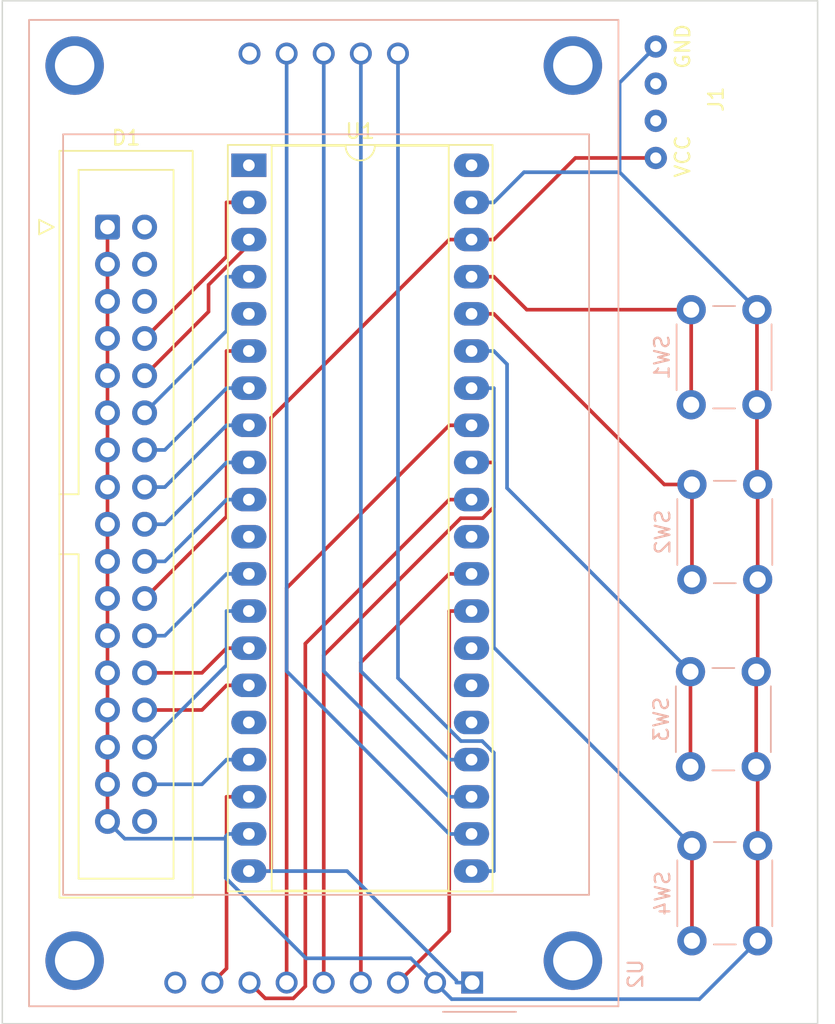
<source format=kicad_pcb>
(kicad_pcb (version 20221018) (generator pcbnew)
  (layers (0 "F.Cu" signal) (31 "B.Cu" signal) (34 "B.Paste" user) (35 "F.Paste" user) (36 "B.SilkS" user "B.Silkscreen") (37 "F.SilkS" user "F.Silkscreen") (38 "B.Mask" user) (39 "F.Mask" user) (44 "Edge.Cuts" user))
  (net 0 "")
  (net 1 "GND")
  (net 5 "Net-(D1-INDEX)")
  (net 6 "Net-(D1-MOTOR_0)")
  (net 7 "Net-(D1-DRIVE_SELECT_1)")
  (net 8 "Net-(D1-DRIVE_SELECT_0)")
  (net 9 "Net-(D1-MOTOR_1)")
  (net 10 "Net-(D1-DIRECTION)")
  (net 11 "Net-(D1-STEP)")
  (net 12 "Net-(D1-WRITE_DATA)")
  (net 13 "Net-(D1-WRITE_GATE)")
  (net 14 "Net-(D1-TRACK)")
  (net 15 "Net-(D1-WRITE_PROTECT)")
  (net 16 "Net-(D1-READ_DATA)")
  (net 17 "Net-(D1-HEAD_SELECT)")
  (net 19 "+5V")
  (net 22 "Net-(U1-B9)")
  (net 23 "Net-(U1-B8)")
  (net 24 "Net-(U1-B7)")
  (net 25 "Net-(U1-B6)")
  (net 30 "LED")
  (net 31 "SS")
  (net 32 "SCK")
  (net 33 "MISO")
  (net 34 "MOSI")
  (net 38 "tft_CS")
  (net 39 "tft_reset")
  (net 41 "tft_sck")
  (net 42 "tft_dc")
  (net 43 "tft_mosi")
  (footprint "Package_DIP:DIP-40_W15.24mm_Socket_LongPads" (layer "F.Cu") (at 145.975 38.875)
    (fp_text reference "U1" (at 7.62 -2.33) (layer "F.SilkS"))
    (fp_text value "STM32F401")
    (fp_line (start -1.44 -1.39) (end -1.44 49.65) (stroke (width 0.12)) (layer "F.SilkS"))
    (fp_line (start -1.44 49.65) (end 16.68 49.65) (stroke (width 0.12)) (layer "F.SilkS"))
    (fp_line (start 1.56 -1.33) (end 1.56 49.59) (stroke (width 0.12)) (layer "F.SilkS"))
    (fp_line (start 1.56 49.59) (end 13.68 49.59) (stroke (width 0.12)) (layer "F.SilkS"))
    (fp_line (start 6.62 -1.33) (end 1.56 -1.33) (stroke (width 0.12)) (layer "F.SilkS"))
    (fp_line (start 13.68 -1.33) (end 8.62 -1.33) (stroke (width 0.12)) (layer "F.SilkS"))
    (fp_line (start 13.68 49.59) (end 13.68 -1.33) (stroke (width 0.12)) (layer "F.SilkS"))
    (fp_line (start 16.68 -1.39) (end -1.44 -1.39) (stroke (width 0.12)) (layer "F.SilkS"))
    (fp_line (start 16.68 49.65) (end 16.68 -1.39) (stroke (width 0.12)) (layer "F.SilkS"))
    (fp_arc (start 8.62 -1.33) (mid 7.62 -0.33) (end 6.62 -1.33) (stroke (width 0.12)) (layer "F.SilkS"))
    (pad "1" thru_hole rect (at 0 0) (size 2.4 1.6) (drill 0.8) (layers "*.Cu" "*.Mask"))
    (pad "2" thru_hole oval (at 0 2.54) (size 2.4 1.6) (drill 0.8) (layers "*.Cu" "*.Mask") (net 5 "Net-(D1-INDEX)"))
    (pad "3" thru_hole oval (at 0 5.08) (size 2.4 1.6) (drill 0.8) (layers "*.Cu" "*.Mask") (net 6 "Net-(D1-MOTOR_0)"))
    (pad "4" thru_hole oval (at 0 7.62) (size 2.4 1.6) (drill 0.8) (layers "*.Cu" "*.Mask") (net 7 "Net-(D1-DRIVE_SELECT_1)"))
    (pad "5" thru_hole oval (at 0 10.16) (size 2.4 1.6) (drill 0.8) (layers "*.Cu" "*.Mask"))
    (pad "6" thru_hole oval (at 0 12.7) (size 2.4 1.6) (drill 0.8) (layers "*.Cu" "*.Mask") (net 12 "Net-(D1-WRITE_DATA)"))
    (pad "7" thru_hole oval (at 0 15.24) (size 2.4 1.6) (drill 0.8) (layers "*.Cu" "*.Mask") (net 8 "Net-(D1-DRIVE_SELECT_0)"))
    (pad "8" thru_hole oval (at 0 17.78) (size 2.4 1.6) (drill 0.8) (layers "*.Cu" "*.Mask") (net 9 "Net-(D1-MOTOR_1)"))
    (pad "9" thru_hole oval (at 0 20.32) (size 2.4 1.6) (drill 0.8) (layers "*.Cu" "*.Mask") (net 10 "Net-(D1-DIRECTION)"))
    (pad "10" thru_hole oval (at 0 22.86) (size 2.4 1.6) (drill 0.8) (layers "*.Cu" "*.Mask") (net 11 "Net-(D1-STEP)"))
    (pad "11" thru_hole oval (at 0 25.4) (size 2.4 1.6) (drill 0.8) (layers "*.Cu" "*.Mask"))
    (pad "12" thru_hole oval (at 0 27.94) (size 2.4 1.6) (drill 0.8) (layers "*.Cu" "*.Mask") (net 13 "Net-(D1-WRITE_GATE)"))
    (pad "13" thru_hole oval (at 0 30.48) (size 2.4 1.6) (drill 0.8) (layers "*.Cu" "*.Mask") (net 16 "Net-(D1-READ_DATA)"))
    (pad "14" thru_hole oval (at 0 33.02) (size 2.4 1.6) (drill 0.8) (layers "*.Cu" "*.Mask") (net 14 "Net-(D1-TRACK)"))
    (pad "15" thru_hole oval (at 0 35.56) (size 2.4 1.6) (drill 0.8) (layers "*.Cu" "*.Mask") (net 15 "Net-(D1-WRITE_PROTECT)"))
    (pad "16" thru_hole oval (at 0 38.1) (size 2.4 1.6) (drill 0.8) (layers "*.Cu" "*.Mask"))
    (pad "17" thru_hole oval (at 0 40.64) (size 2.4 1.6) (drill 0.8) (layers "*.Cu" "*.Mask") (net 17 "Net-(D1-HEAD_SELECT)"))
    (pad "18" thru_hole oval (at 0 43.18) (size 2.4 1.6) (drill 0.8) (layers "*.Cu" "*.Mask") (net 30 "LED"))
    (pad "19" thru_hole oval (at 0 45.72) (size 2.4 1.6) (drill 0.8) (layers "*.Cu" "*.Mask") (net 1 "GND"))
    (pad "20" thru_hole oval (at 0 48.26) (size 2.4 1.6) (drill 0.8) (layers "*.Cu" "*.Mask") (net 19 "+5V"))
    (pad "21" thru_hole oval (at 15.24 48.26) (size 2.4 1.6) (drill 0.8) (layers "*.Cu" "*.Mask") (net 31 "SS"))
    (pad "22" thru_hole oval (at 15.24 45.72) (size 2.4 1.6) (drill 0.8) (layers "*.Cu" "*.Mask") (net 32 "SCK"))
    (pad "23" thru_hole oval (at 15.24 43.18) (size 2.4 1.6) (drill 0.8) (layers "*.Cu" "*.Mask") (net 33 "MISO"))
    (pad "24" thru_hole oval (at 15.24 40.64) (size 2.4 1.6) (drill 0.8) (layers "*.Cu" "*.Mask") (net 34 "MOSI"))
    (pad "25" thru_hole oval (at 15.24 38.1) (size 2.4 1.6) (drill 0.8) (layers "*.Cu" "*.Mask"))
    (pad "26" thru_hole oval (at 15.24 35.56) (size 2.4 1.6) (drill 0.8) (layers "*.Cu" "*.Mask"))
    (pad "27" thru_hole oval (at 15.24 33.02) (size 2.4 1.6) (drill 0.8) (layers "*.Cu" "*.Mask"))
    (pad "28" thru_hole oval (at 15.24 30.48) (size 2.4 1.6) (drill 0.8) (layers "*.Cu" "*.Mask") (net 38 "tft_CS"))
    (pad "29" thru_hole oval (at 15.24 27.94) (size 2.4 1.6) (drill 0.8) (layers "*.Cu" "*.Mask") (net 39 "tft_reset"))
    (pad "30" thru_hole oval (at 15.24 25.4) (size 2.4 1.6) (drill 0.8) (layers "*.Cu" "*.Mask"))
    (pad "31" thru_hole oval (at 15.24 22.86) (size 2.4 1.6) (drill 0.8) (layers "*.Cu" "*.Mask") (net 41 "tft_sck"))
    (pad "32" thru_hole oval (at 15.24 20.32) (size 2.4 1.6) (drill 0.8) (layers "*.Cu" "*.Mask") (net 42 "tft_dc"))
    (pad "33" thru_hole oval (at 15.24 17.78) (size 2.4 1.6) (drill 0.8) (layers "*.Cu" "*.Mask") (net 43 "tft_mosi"))
    (pad "34" thru_hole oval (at 15.24 15.24) (size 2.4 1.6) (drill 0.8) (layers "*.Cu" "*.Mask") (net 25 "Net-(U1-B6)"))
    (pad "35" thru_hole oval (at 15.24 12.7) (size 2.4 1.6) (drill 0.8) (layers "*.Cu" "*.Mask") (net 24 "Net-(U1-B7)"))
    (pad "36" thru_hole oval (at 15.24 10.16) (size 2.4 1.6) (drill 0.8) (layers "*.Cu" "*.Mask") (net 23 "Net-(U1-B8)"))
    (pad "37" thru_hole oval (at 15.24 7.62) (size 2.4 1.6) (drill 0.8) (layers "*.Cu" "*.Mask") (net 22 "Net-(U1-B9)"))
    (pad "38" thru_hole oval (at 15.24 5.08) (size 2.4 1.6) (drill 0.8) (layers "*.Cu" "*.Mask") (net 19 "+5V"))
    (pad "39" thru_hole oval (at 15.24 2.54) (size 2.4 1.6) (drill 0.8) (layers "*.Cu" "*.Mask") (net 1 "GND"))
    (pad "40" thru_hole oval (at 15.24 0) (size 2.4 1.6) (drill 0.8) (layers "*.Cu" "*.Mask"))
  )
  (footprint "Connector_IDC:IDC-Header_2x17_P2.54mm_Vertical" (layer "F.Cu") (at 136.3 43.1)
    (fp_text reference "D1" (at 1.27 -6.1) (layer "F.SilkS"))
    (fp_text value "Floppy Connector")
    (fp_line (start -4.68 -0.5) (end -4.68 0.5) (stroke (width 0.12)) (layer "F.SilkS"))
    (fp_line (start -4.68 0.5) (end -3.68 0) (stroke (width 0.12)) (layer "F.SilkS"))
    (fp_line (start -3.68 0) (end -4.68 -0.5) (stroke (width 0.12)) (layer "F.SilkS"))
    (fp_line (start -3.29 -5.21) (end 5.83 -5.21) (stroke (width 0.12)) (layer "F.SilkS"))
    (fp_line (start -3.29 18.27) (end -1.98 18.27) (stroke (width 0.12)) (layer "F.SilkS"))
    (fp_line (start -3.29 45.85) (end -3.29 -5.21) (stroke (width 0.12)) (layer "F.SilkS"))
    (fp_line (start -1.98 -3.91) (end 4.52 -3.91) (stroke (width 0.12)) (layer "F.SilkS"))
    (fp_line (start -1.98 18.27) (end -1.98 -3.91) (stroke (width 0.12)) (layer "F.SilkS"))
    (fp_line (start -1.98 22.37) (end -3.29 22.37) (stroke (width 0.12)) (layer "F.SilkS"))
    (fp_line (start -1.98 22.37) (end -1.98 22.37) (stroke (width 0.12)) (layer "F.SilkS"))
    (fp_line (start -1.98 44.55) (end -1.98 22.37) (stroke (width 0.12)) (layer "F.SilkS"))
    (fp_line (start 4.52 -3.91) (end 4.52 44.55) (stroke (width 0.12)) (layer "F.SilkS"))
    (fp_line (start 4.52 44.55) (end -1.98 44.55) (stroke (width 0.12)) (layer "F.SilkS"))
    (fp_line (start 5.83 -5.21) (end 5.83 45.85) (stroke (width 0.12)) (layer "F.SilkS"))
    (fp_line (start 5.83 45.85) (end -3.29 45.85) (stroke (width 0.12)) (layer "F.SilkS"))
    (pad "1" thru_hole roundrect (at 0 0) (size 1.7 1.7) (drill 1) (layers "*.Cu" "*.Mask") (roundrect_rratio 0.147059) (net 1 "GND"))
    (pad "2" thru_hole circle (at 2.54 0) (size 1.7 1.7) (drill 1) (layers "*.Cu" "*.Mask"))
    (pad "3" thru_hole circle (at 0 2.54) (size 1.7 1.7) (drill 1) (layers "*.Cu" "*.Mask") (net 1 "GND"))
    (pad "4" thru_hole circle (at 2.54 2.54) (size 1.7 1.7) (drill 1) (layers "*.Cu" "*.Mask"))
    (pad "5" thru_hole circle (at 0 5.08) (size 1.7 1.7) (drill 1) (layers "*.Cu" "*.Mask") (net 1 "GND"))
    (pad "6" thru_hole circle (at 2.54 5.08) (size 1.7 1.7) (drill 1) (layers "*.Cu" "*.Mask"))
    (pad "7" thru_hole circle (at 0 7.62) (size 1.7 1.7) (drill 1) (layers "*.Cu" "*.Mask") (net 1 "GND"))
    (pad "8" thru_hole circle (at 2.54 7.62) (size 1.7 1.7) (drill 1) (layers "*.Cu" "*.Mask") (net 5 "Net-(D1-INDEX)"))
    (pad "9" thru_hole circle (at 0 10.16) (size 1.7 1.7) (drill 1) (layers "*.Cu" "*.Mask") (net 1 "GND"))
    (pad "10" thru_hole circle (at 2.54 10.16) (size 1.7 1.7) (drill 1) (layers "*.Cu" "*.Mask") (net 6 "Net-(D1-MOTOR_0)"))
    (pad "11" thru_hole circle (at 0 12.7) (size 1.7 1.7) (drill 1) (layers "*.Cu" "*.Mask") (net 1 "GND"))
    (pad "12" thru_hole circle (at 2.54 12.7) (size 1.7 1.7) (drill 1) (layers "*.Cu" "*.Mask") (net 7 "Net-(D1-DRIVE_SELECT_1)"))
    (pad "13" thru_hole circle (at 0 15.24) (size 1.7 1.7) (drill 1) (layers "*.Cu" "*.Mask") (net 1 "GND"))
    (pad "14" thru_hole circle (at 2.54 15.24) (size 1.7 1.7) (drill 1) (layers "*.Cu" "*.Mask") (net 8 "Net-(D1-DRIVE_SELECT_0)"))
    (pad "15" thru_hole circle (at 0 17.78) (size 1.7 1.7) (drill 1) (layers "*.Cu" "*.Mask") (net 1 "GND"))
    (pad "16" thru_hole circle (at 2.54 17.78) (size 1.7 1.7) (drill 1) (layers "*.Cu" "*.Mask") (net 9 "Net-(D1-MOTOR_1)"))
    (pad "17" thru_hole circle (at 0 20.32) (size 1.7 1.7) (drill 1) (layers "*.Cu" "*.Mask") (net 1 "GND"))
    (pad "18" thru_hole circle (at 2.54 20.32) (size 1.7 1.7) (drill 1) (layers "*.Cu" "*.Mask") (net 10 "Net-(D1-DIRECTION)"))
    (pad "19" thru_hole circle (at 0 22.86) (size 1.7 1.7) (drill 1) (layers "*.Cu" "*.Mask") (net 1 "GND"))
    (pad "20" thru_hole circle (at 2.54 22.86) (size 1.7 1.7) (drill 1) (layers "*.Cu" "*.Mask") (net 11 "Net-(D1-STEP)"))
    (pad "21" thru_hole circle (at 0 25.4) (size 1.7 1.7) (drill 1) (layers "*.Cu" "*.Mask") (net 1 "GND"))
    (pad "22" thru_hole circle (at 2.54 25.4) (size 1.7 1.7) (drill 1) (layers "*.Cu" "*.Mask") (net 12 "Net-(D1-WRITE_DATA)"))
    (pad "23" thru_hole circle (at 0 27.94) (size 1.7 1.7) (drill 1) (layers "*.Cu" "*.Mask") (net 1 "GND"))
    (pad "24" thru_hole circle (at 2.54 27.94) (size 1.7 1.7) (drill 1) (layers "*.Cu" "*.Mask") (net 13 "Net-(D1-WRITE_GATE)"))
    (pad "25" thru_hole circle (at 0 30.48) (size 1.7 1.7) (drill 1) (layers "*.Cu" "*.Mask") (net 1 "GND"))
    (pad "26" thru_hole circle (at 2.54 30.48) (size 1.7 1.7) (drill 1) (layers "*.Cu" "*.Mask") (net 14 "Net-(D1-TRACK)"))
    (pad "27" thru_hole circle (at 0 33.02) (size 1.7 1.7) (drill 1) (layers "*.Cu" "*.Mask") (net 1 "GND"))
    (pad "28" thru_hole circle (at 2.54 33.02) (size 1.7 1.7) (drill 1) (layers "*.Cu" "*.Mask") (net 15 "Net-(D1-WRITE_PROTECT)"))
    (pad "29" thru_hole circle (at 0 35.56) (size 1.7 1.7) (drill 1) (layers "*.Cu" "*.Mask") (net 1 "GND"))
    (pad "30" thru_hole circle (at 2.54 35.56) (size 1.7 1.7) (drill 1) (layers "*.Cu" "*.Mask") (net 16 "Net-(D1-READ_DATA)"))
    (pad "31" thru_hole circle (at 0 38.1) (size 1.7 1.7) (drill 1) (layers "*.Cu" "*.Mask") (net 1 "GND"))
    (pad "32" thru_hole circle (at 2.54 38.1) (size 1.7 1.7) (drill 1) (layers "*.Cu" "*.Mask") (net 17 "Net-(D1-HEAD_SELECT)"))
    (pad "33" thru_hole circle (at 0 40.64) (size 1.7 1.7) (drill 1) (layers "*.Cu" "*.Mask") (net 1 "GND"))
    (pad "34" thru_hole circle (at 2.54 40.64) (size 1.7 1.7) (drill 1) (layers "*.Cu" "*.Mask"))
  )
  (footprint "Double_flop:USB-C Power board" (layer "F.Cu") (at 173.75 34.5375 90)
    (fp_text reference "J1" (at 0.175 4.2 90 unlocked) (layer "F.SilkS"))
    (fp_text value "Conn_01x04")
    (fp_text user "VCC      GND" (at -5.2625 2.5 90 unlocked) (layer "F.SilkS") (effects (justify left bottom)))
    (pad "1" thru_hole circle (at -3.8375 0.075 90) (size 1.524 1.524) (drill 0.762) (layers "*.Cu" "*.Mask") (net 19 "+5V"))
    (pad "2" thru_hole circle (at -1.2975 0.075 90) (size 1.524 1.524) (drill 0.762) (layers "*.Cu" "*.Mask"))
    (pad "3" thru_hole circle (at 1.2425 0.075 90) (size 1.524 1.524) (drill 0.762) (layers "*.Cu" "*.Mask"))
    (pad "4" thru_hole circle (at 3.7825 0.075 90) (size 1.524 1.524) (drill 0.762) (layers "*.Cu" "*.Mask") (net 1 "GND"))
  )
  (footprint "Button_Switch_THT:SW_PUSH_6mm" (layer "B.Cu") (at 176.3 85.4 -90)
    (fp_text reference "SW4" (at 3.25 2 90) (layer "B.SilkS") (effects (justify mirror)))
    (fp_text value "Button 4")
    (fp_line (start -0.25 -1.5) (end -0.25 -3) (stroke (width 0.12)) (layer "B.SilkS"))
    (fp_line (start 1 -5.5) (end 5.5 -5.5) (stroke (width 0.12)) (layer "B.SilkS"))
    (fp_line (start 5.5 1) (end 1 1) (stroke (width 0.12)) (layer "B.SilkS"))
    (fp_line (start 6.75 -3) (end 6.75 -1.5) (stroke (width 0.12)) (layer "B.SilkS"))
    (pad "1" thru_hole circle (at 0 0 180) (size 2 2) (drill 1.1) (layers "*.Cu" "*.Mask") (net 25 "Net-(U1-B6)"))
    (pad "1" thru_hole circle (at 6.5 0 180) (size 2 2) (drill 1.1) (layers "*.Cu" "*.Mask") (net 25 "Net-(U1-B6)"))
    (pad "2" thru_hole circle (at 0 -4.5 180) (size 2 2) (drill 1.1) (layers "*.Cu" "*.Mask") (net 1 "GND"))
    (pad "2" thru_hole circle (at 6.5 -4.5 180) (size 2 2) (drill 1.1) (layers "*.Cu" "*.Mask") (net 1 "GND"))
  )
  (footprint "Button_Switch_THT:SW_PUSH_6mm" (layer "B.Cu") (at 176.3 60.7 -90)
    (fp_text reference "SW2" (at 3.25 2 90) (layer "B.SilkS") (effects (justify mirror)))
    (fp_text value "Button 2")
    (fp_line (start -0.25 -1.5) (end -0.25 -3) (stroke (width 0.12)) (layer "B.SilkS"))
    (fp_line (start 1 -5.5) (end 5.5 -5.5) (stroke (width 0.12)) (layer "B.SilkS"))
    (fp_line (start 5.5 1) (end 1 1) (stroke (width 0.12)) (layer "B.SilkS"))
    (fp_line (start 6.75 -3) (end 6.75 -1.5) (stroke (width 0.12)) (layer "B.SilkS"))
    (pad "1" thru_hole circle (at 0 0 180) (size 2 2) (drill 1.1) (layers "*.Cu" "*.Mask") (net 23 "Net-(U1-B8)"))
    (pad "1" thru_hole circle (at 6.5 0 180) (size 2 2) (drill 1.1) (layers "*.Cu" "*.Mask") (net 23 "Net-(U1-B8)"))
    (pad "2" thru_hole circle (at 0 -4.5 180) (size 2 2) (drill 1.1) (layers "*.Cu" "*.Mask") (net 1 "GND"))
    (pad "2" thru_hole circle (at 6.5 -4.5 180) (size 2 2) (drill 1.1) (layers "*.Cu" "*.Mask") (net 1 "GND"))
  )
  (footprint "Display:CR2013-MI2120" (layer "B.Cu") (at 161.26 94.7575 90)
    (fp_text reference "U2" (at 0.59 11.18 90) (layer "B.SilkS") (effects (justify mirror)))
    (fp_text value "CR2013-MI2120")
    (fp_line (start -2 3) (end -2 -2) (stroke (width 0.12)) (layer "B.SilkS"))
    (fp_line (start -1.62 -30.33) (end -1.62 10.01) (stroke (width 0.12)) (layer "B.SilkS"))
    (fp_line (start -1.62 10.01) (end 65.82 10.01) (stroke (width 0.12)) (layer "B.SilkS"))
    (fp_line (start 6 -28) (end 6 8) (stroke (width 0.12)) (layer "B.SilkS"))
    (fp_line (start 6 8) (end 58 8) (stroke (width 0.12)) (layer "B.SilkS"))
    (fp_line (start 58 -28) (end 6 -28) (stroke (width 0.12)) (layer "B.SilkS"))
    (fp_line (start 58 8) (end 58 -28) (stroke (width 0.12)) (layer "B.SilkS"))
    (fp_line (start 65.82 -30.33) (end -1.62 -30.33) (stroke (width 0.12)) (layer "B.SilkS"))
    (fp_line (start 65.82 10.01) (end 65.82 -30.33) (stroke (width 0.12)) (layer "B.SilkS"))
    (pad "" thru_hole circle (at 1.5 -27.21 90) (size 4 4) (drill 2.7) (layers "*.Cu" "*.Mask"))
    (pad "" thru_hole circle (at 1.5 6.89 90) (size 4 4) (drill 2.7) (layers "*.Cu" "*.Mask"))
    (pad "" thru_hole circle (at 62.7 -27.21 90) (size 4 4) (drill 2.7) (layers "*.Cu" "*.Mask"))
    (pad "" thru_hole circle (at 62.7 6.89 90) (size 4 4) (drill 2.7) (layers "*.Cu" "*.Mask"))
    (pad "1" thru_hole rect (at 0 0 90) (size 1.5 1.5) (drill 1) (layers "*.Cu" "*.Mask") (net 19 "+5V"))
    (pad "2" thru_hole circle (at 0 -2.54 90) (size 1.5 1.5) (drill 1) (layers "*.Cu" "*.Mask") (net 1 "GND"))
    (pad "3" thru_hole circle (at 0 -5.08 90) (size 1.5 1.5) (drill 1) (layers "*.Cu" "*.Mask") (net 38 "tft_CS"))
    (pad "4" thru_hole circle (at 0 -7.62 90) (size 1.5 1.5) (drill 1) (layers "*.Cu" "*.Mask") (net 39 "tft_reset"))
    (pad "5" thru_hole circle (at 0 -10.16 90) (size 1.5 1.5) (drill 1) (layers "*.Cu" "*.Mask") (net 42 "tft_dc"))
    (pad "6" thru_hole circle (at 0 -12.7 90) (size 1.5 1.5) (drill 1) (layers "*.Cu" "*.Mask") (net 43 "tft_mosi"))
    (pad "7" thru_hole circle (at 0 -15.24 90) (size 1.5 1.5) (drill 1) (layers "*.Cu" "*.Mask") (net 41 "tft_sck"))
    (pad "8" thru_hole circle (at 0 -17.78 90) (size 1.5 1.5) (drill 1) (layers "*.Cu" "*.Mask") (net 30 "LED"))
    (pad "9" thru_hole circle (at 0 -20.32 90) (size 1.5 1.5) (drill 1) (layers "*.Cu" "*.Mask"))
    (pad "10" thru_hole circle (at 63.52 -5.08 90) (size 1.5 1.5) (drill 1) (layers "*.Cu" "*.Mask") (net 31 "SS"))
    (pad "11" thru_hole circle (at 63.52 -7.62 90) (size 1.5 1.5) (drill 1) (layers "*.Cu" "*.Mask") (net 34 "MOSI"))
    (pad "12" thru_hole circle (at 63.52 -10.16 90) (size 1.5 1.5) (drill 1) (layers "*.Cu" "*.Mask") (net 33 "MISO"))
    (pad "13" thru_hole circle (at 63.52 -12.7 90) (size 1.5 1.5) (drill 1) (layers "*.Cu" "*.Mask") (net 32 "SCK"))
    (pad "14" thru_hole circle (at 63.52 -15.24 90) (size 1.5 1.5) (drill 1) (layers "*.Cu" "*.Mask"))
  )
  (footprint "Button_Switch_THT:SW_PUSH_6mm" (layer "B.Cu") (at 176.2 73.5 -90)
    (fp_text reference "SW3" (at 3.25 2 90) (layer "B.SilkS") (effects (justify mirror)))
    (fp_text value "Button 3")
    (fp_line (start -0.25 -1.5) (end -0.25 -3) (stroke (width 0.12)) (layer "B.SilkS"))
    (fp_line (start 1 -5.5) (end 5.5 -5.5) (stroke (width 0.12)) (layer "B.SilkS"))
    (fp_line (start 5.5 1) (end 1 1) (stroke (width 0.12)) (layer "B.SilkS"))
    (fp_line (start 6.75 -3) (end 6.75 -1.5) (stroke (width 0.12)) (layer "B.SilkS"))
    (pad "1" thru_hole circle (at 0 0 180) (size 2 2) (drill 1.1) (layers "*.Cu" "*.Mask") (net 24 "Net-(U1-B7)"))
    (pad "1" thru_hole circle (at 6.5 0 180) (size 2 2) (drill 1.1) (layers "*.Cu" "*.Mask") (net 24 "Net-(U1-B7)"))
    (pad "2" thru_hole circle (at 0 -4.5 180) (size 2 2) (drill 1.1) (layers "*.Cu" "*.Mask") (net 1 "GND"))
    (pad "2" thru_hole circle (at 6.5 -4.5 180) (size 2 2) (drill 1.1) (layers "*.Cu" "*.Mask") (net 1 "GND"))
  )
  (footprint "Button_Switch_THT:SW_PUSH_6mm" (layer "B.Cu") (at 176.25 48.75 -90)
    (fp_text reference "SW1" (at 3.25 2 90) (layer "B.SilkS") (effects (justify mirror)))
    (fp_text value "Button 1")
    (fp_line (start -0.25 -1.5) (end -0.25 -3) (stroke (width 0.12)) (layer "B.SilkS"))
    (fp_line (start 1 -5.5) (end 5.5 -5.5) (stroke (width 0.12)) (layer "B.SilkS"))
    (fp_line (start 5.5 1) (end 1 1) (stroke (width 0.12)) (layer "B.SilkS"))
    (fp_line (start 6.75 -3) (end 6.75 -1.5) (stroke (width 0.12)) (layer "B.SilkS"))
    (pad "1" thru_hole circle (at 0 0 180) (size 2 2) (drill 1.1) (layers "*.Cu" "*.Mask") (net 22 "Net-(U1-B9)"))
    (pad "1" thru_hole circle (at 6.5 0 180) (size 2 2) (drill 1.1) (layers "*.Cu" "*.Mask") (net 22 "Net-(U1-B9)"))
    (pad "2" thru_hole circle (at 0 -4.5 180) (size 2 2) (drill 1.1) (layers "*.Cu" "*.Mask") (net 1 "GND"))
    (pad "2" thru_hole circle (at 6.5 -4.5 180) (size 2 2) (drill 1.1) (layers "*.Cu" "*.Mask") (net 1 "GND"))
  )
  (gr_rect (start 129.1 27.625) (end 184.9 97.575) (stroke (width 0.1)) (fill none) (layer "Edge.Cuts"))
  (segment (start 180.7 73.5) (end 180.8 73.4) (width 0.25) (layer "F.Cu") (net 1))
  (segment (start 136.3 76.12) (end 136.3 73.58) (width 0.25) (layer "F.Cu") (net 1))
  (segment (start 180.8 85.4) (end 180.8 80.1) (width 0.25) (layer "F.Cu") (net 1))
  (segment (start 136.3 48.18) (end 136.3 45.64) (width 0.25) (layer "F.Cu") (net 1))
  (segment (start 136.3 71.04) (end 136.3 68.5) (width 0.25) (layer "F.Cu") (net 1))
  (segment (start 136.3 63.42) (end 136.3 60.88) (width 0.25) (layer "F.Cu") (net 1))
  (segment (start 136.3 60.88) (end 136.3 58.34) (width 0.25) (layer "F.Cu") (net 1))
  (segment (start 180.75 60.65) (end 180.8 60.7) (width 0.25) (layer "F.Cu") (net 1))
  (segment (start 180.8 85.4) (end 180.8 91.9) (width 0.25) (layer "F.Cu") (net 1))
  (segment (start 136.3 68.5) (end 136.3 65.96) (width 0.25) (layer "F.Cu") (net 1))
  (segment (start 180.7 80) (end 180.7 73.5) (width 0.25) (layer "F.Cu") (net 1))
  (segment (start 136.3 73.58) (end 136.3 71.04) (width 0.25) (layer "F.Cu") (net 1))
  (segment (start 180.8 80.1) (end 180.7 80) (width 0.25) (layer "F.Cu") (net 1))
  (segment (start 180.8 73.4) (end 180.8 67.2) (width 0.25) (layer "F.Cu") (net 1))
  (segment (start 180.75 55.25) (end 180.75 48.75) (width 0.25) (layer "F.Cu") (net 1))
  (segment (start 136.3 45.64) (end 136.3 43.1) (width 0.25) (layer "F.Cu") (net 1))
  (segment (start 136.3 83.74) (end 136.3 81.2) (width 0.25) (layer "F.Cu") (net 1))
  (segment (start 136.3 53.26) (end 136.3 50.72) (width 0.25) (layer "F.Cu") (net 1))
  (segment (start 180.75 55.25) (end 180.75 60.65) (width 0.25) (layer "F.Cu") (net 1))
  (segment (start 180.8 60.7) (end 180.8 67.2) (width 0.25) (layer "F.Cu") (net 1))
  (segment (start 136.3 58.34) (end 136.3 55.8) (width 0.25) (layer "F.Cu") (net 1))
  (segment (start 136.3 81.2) (end 136.3 78.66) (width 0.25) (layer "F.Cu") (net 1))
  (segment (start 136.3 65.96) (end 136.3 63.42) (width 0.25) (layer "F.Cu") (net 1))
  (segment (start 136.3 78.66) (end 136.3 76.12) (width 0.25) (layer "F.Cu") (net 1))
  (segment (start 136.3 50.72) (end 136.3 48.18) (width 0.25) (layer "F.Cu") (net 1))
  (segment (start 136.3 55.8) (end 136.3 53.26) (width 0.25) (layer "F.Cu") (net 1))
  (segment (start 144.3949 84.9208) (end 144.3949 87.6067) (width 0.25) (layer "B.Cu") (net 1))
  (segment (start 159.8531 95.8906) (end 176.8094 95.8906) (width 0.25) (layer "B.Cu") (net 1))
  (segment (start 164.8069 39.35) (end 162.7419 41.415) (width 0.25) (layer "B.Cu") (net 1))
  (segment (start 171.35 39.35) (end 171.35 33.23) (width 0.25) (layer "B.Cu") (net 1))
  (segment (start 149.8849 93.0967) (end 157.0592 93.0967) (width 0.25) (layer "B.Cu") (net 1))
  (segment (start 171.35 33.23) (end 173.825 30.755) (width 0.25) (layer "B.Cu") (net 1))
  (segment (start 161.215 41.415) (end 162.7419 41.415) (width 0.25) (layer "B.Cu") (net 1))
  (segment (start 157.0592 93.0967) (end 158.72 94.7575) (width 0.25) (layer "B.Cu") (net 1))
  (segment (start 144.3949 87.6067) (end 149.8849 93.0967) (width 0.25) (layer "B.Cu") (net 1))
  (segment (start 176.8094 95.8906) (end 180.8 91.9) (width 0.25) (layer "B.Cu") (net 1))
  (segment (start 145.975 84.595) (end 144.5615 84.595) (width 0.25) (layer "B.Cu") (net 1))
  (segment (start 137.4808 84.9208) (end 144.3949 84.9208) (width 0.25) (layer "B.Cu") (net 1))
  (segment (start 144.3949 84.7616) (end 144.3949 84.9208) (width 0.25) (layer "B.Cu") (net 1))
  (segment (start 171.35 39.35) (end 164.8069 39.35) (width 0.25) (layer "B.Cu") (net 1))
  (segment (start 144.5615 84.595) (end 144.3949 84.7616) (width 0.25) (layer "B.Cu") (net 1))
  (segment (start 136.3 83.74) (end 137.4808 84.9208) (width 0.25) (layer "B.Cu") (net 1))
  (segment (start 158.72 94.7575) (end 159.8531 95.8906) (width 0.25) (layer "B.Cu") (net 1))
  (segment (start 180.75 48.75) (end 171.35 39.35) (width 0.25) (layer "B.Cu") (net 1))
  (segment (start 145.975 41.415) (end 144.4481 41.415) (width 0.25) (layer "F.Cu") (net 5))
  (segment (start 144.4481 45.1119) (end 144.4481 41.415) (width 0.25) (layer "F.Cu") (net 5))
  (segment (start 138.84 50.72) (end 144.4481 45.1119) (width 0.25) (layer "F.Cu") (net 5))
  (segment (start 145.975 44.2931) (end 145.975 43.955) (width 0.25) (layer "F.Cu") (net 6))
  (segment (start 143.2147 48.8853) (end 143.2147 47.0534) (width 0.25) (layer "F.Cu") (net 6))
  (segment (start 138.84 53.26) (end 143.2147 48.8853) (width 0.25) (layer "F.Cu") (net 6))
  (segment (start 143.2147 47.0534) (end 145.975 44.2931) (width 0.25) (layer "F.Cu") (net 6))
  (segment (start 138.84 55.8) (end 144.4481 50.1919) (width 0.25) (layer "B.Cu") (net 7))
  (segment (start 144.4481 50.1919) (end 144.4481 46.495) (width 0.25) (layer "B.Cu") (net 7))
  (segment (start 145.975 46.495) (end 144.4481 46.495) (width 0.25) (layer "B.Cu") (net 7))
  (segment (start 145.975 54.115) (end 144.4481 54.115) (width 0.25) (layer "B.Cu") (net 8))
  (segment (start 140.2231 58.34) (end 144.4481 54.115) (width 0.25) (layer "B.Cu") (net 8))
  (segment (start 138.84 58.34) (end 140.2231 58.34) (width 0.25) (layer "B.Cu") (net 8))
  (segment (start 138.84 60.88) (end 140.2231 60.88) (width 0.25) (layer "B.Cu") (net 9))
  (segment (start 140.2231 60.88) (end 144.4481 56.655) (width 0.25) (layer "B.Cu") (net 9))
  (segment (start 145.975 56.655) (end 144.4481 56.655) (width 0.25) (layer "B.Cu") (net 9))
  (segment (start 145.975 59.195) (end 144.4481 59.195) (width 0.25) (layer "B.Cu") (net 10))
  (segment (start 138.84 63.42) (end 140.2231 63.42) (width 0.25) (layer "B.Cu") (net 10))
  (segment (start 140.2231 63.42) (end 144.4481 59.195) (width 0.25) (layer "B.Cu") (net 10))
  (segment (start 145.975 61.735) (end 144.4481 61.735) (width 0.25) (layer "B.Cu") (net 11))
  (segment (start 140.2231 65.96) (end 144.4481 61.735) (width 0.25) (layer "B.Cu") (net 11))
  (segment (start 138.84 65.96) (end 140.2231 65.96) (width 0.25) (layer "B.Cu") (net 11))
  (segment (start 145.975 51.575) (end 144.4481 51.575) (width 0.25) (layer "F.Cu") (net 12))
  (segment (start 138.84 68.5) (end 144.4481 62.8919) (width 0.25) (layer "F.Cu") (net 12))
  (segment (start 144.4481 62.8919) (end 144.4481 51.575) (width 0.25) (layer "F.Cu") (net 12))
  (segment (start 138.84 71.04) (end 140.2231 71.04) (width 0.25) (layer "B.Cu") (net 13))
  (segment (start 140.2231 71.04) (end 144.4481 66.815) (width 0.25) (layer "B.Cu") (net 13))
  (segment (start 145.975 66.815) (end 144.4481 66.815) (width 0.25) (layer "B.Cu") (net 13))
  (segment (start 138.84 73.58) (end 142.7631 73.58) (width 0.25) (layer "F.Cu") (net 14))
  (segment (start 145.975 71.895) (end 144.4481 71.895) (width 0.25) (layer "F.Cu") (net 14))
  (segment (start 142.7631 73.58) (end 144.4481 71.895) (width 0.25) (layer "F.Cu") (net 14))
  (segment (start 138.84 76.12) (end 142.7631 76.12) (width 0.25) (layer "F.Cu") (net 15))
  (segment (start 145.975 74.435) (end 144.4481 74.435) (width 0.25) (layer "F.Cu") (net 15))
  (segment (start 142.7631 76.12) (end 144.4481 74.435) (width 0.25) (layer "F.Cu") (net 15))
  (segment (start 145.975 69.355) (end 144.4481 69.355) (width 0.25) (layer "B.Cu") (net 16))
  (segment (start 144.4481 73.0519) (end 144.4481 69.355) (width 0.25) (layer "B.Cu") (net 16))
  (segment (start 138.84 78.66) (end 144.4481 73.0519) (width 0.25) (layer "B.Cu") (net 16))
  (segment (start 138.84 81.2) (end 142.7631 81.2) (width 0.25) (layer "B.Cu") (net 17))
  (segment (start 145.975 79.515) (end 144.4481 79.515) (width 0.25) (layer "B.Cu") (net 17))
  (segment (start 142.7631 81.2) (end 144.4481 79.515) (width 0.25) (layer "B.Cu") (net 17))
  (segment (start 173.825 38.375) (end 168.3219 38.375) (width 0.25) (layer "F.Cu") (net 19))
  (segment (start 168.3219 38.375) (end 162.7419 43.955) (width 0.25) (layer "F.Cu") (net 19))
  (segment (start 161.215 43.955) (end 159.6881 43.955) (width 0.25) (layer "F.Cu") (net 19))
  (segment (start 161.215 43.955) (end 162.7419 43.955) (width 0.25) (layer "F.Cu") (net 19))
  (segment (start 147.5019 56.1412) (end 147.5019 87.135) (width 0.25) (layer "F.Cu") (net 19))
  (segment (start 159.6881 43.955) (end 147.5019 56.1412) (width 0.25) (layer "F.Cu") (net 19))
  (segment (start 145.975 87.135) (end 147.5019 87.135) (width 0.25) (layer "F.Cu") (net 19))
  (segment (start 160.1831 94.6229) (end 160.1831 94.7575) (width 0.25) (layer "B.Cu") (net 19))
  (segment (start 152.6952 87.135) (end 160.1831 94.6229) (width 0.25) (layer "B.Cu") (net 19))
  (segment (start 145.975 87.135) (end 152.6952 87.135) (width 0.25) (layer "B.Cu") (net 19))
  (segment (start 161.26 94.7575) (end 160.1831 94.7575) (width 0.25) (layer "B.Cu") (net 19))
  (segment (start 164.9969 48.75) (end 162.7419 46.495) (width 0.25) (layer "F.Cu") (net 22))
  (segment (start 176.25 48.75) (end 176.25 55.25) (width 0.25) (layer "F.Cu") (net 22))
  (segment (start 176.25 48.75) (end 164.9969 48.75) (width 0.25) (layer "F.Cu") (net 22))
  (segment (start 161.215 46.495) (end 162.7419 46.495) (width 0.25) (layer "F.Cu") (net 22))
  (segment (start 174.4069 60.7) (end 162.7419 49.035) (width 0.25) (layer "F.Cu") (net 23))
  (segment (start 176.3 60.7) (end 174.4069 60.7) (width 0.25) (layer "F.Cu") (net 23))
  (segment (start 176.3 67.2) (end 176.3 60.7) (width 0.25) (layer "F.Cu") (net 23))
  (segment (start 161.215 49.035) (end 162.7419 49.035) (width 0.25) (layer "F.Cu") (net 23))
  (segment (start 176.2 73.5) (end 176.2 80) (width 0.25) (layer "F.Cu") (net 24))
  (segment (start 176.2 73.5) (end 163.6457 60.9457) (width 0.25) (layer "B.Cu") (net 24))
  (segment (start 161.215 51.575) (end 162.7419 51.575) (width 0.25) (layer "B.Cu") (net 24))
  (segment (start 163.6457 60.9457) (end 163.6457 52.4788) (width 0.25) (layer "B.Cu") (net 24))
  (segment (start 163.6457 52.4788) (end 162.7419 51.575) (width 0.25) (layer "B.Cu") (net 24))
  (segment (start 176.3 85.4) (end 176.3 91.9) (width 0.25) (layer "F.Cu") (net 25))
  (segment (start 161.215 54.115) (end 162.7419 54.115) (width 0.25) (layer "B.Cu") (net 25))
  (segment (start 176.3 85.4) (end 162.7419 71.8419) (width 0.25) (layer "B.Cu") (net 25))
  (segment (start 162.7419 71.8419) (end 162.7419 54.115) (width 0.25) (layer "B.Cu") (net 25))
  (segment (start 144.4481 82.055) (end 144.4481 93.7894) (width 0.25) (layer "F.Cu") (net 30))
  (segment (start 144.4481 93.7894) (end 143.48 94.7575) (width 0.25) (layer "F.Cu") (net 30))
  (segment (start 145.975 82.055) (end 144.4481 82.055) (width 0.25) (layer "F.Cu") (net 30))
  (segment (start 161.945 78.245) (end 160.4913 78.245) (width 0.25) (layer "B.Cu") (net 31))
  (segment (start 160.4913 78.245) (end 156.18 73.9337) (width 0.25) (layer "B.Cu") (net 31))
  (segment (start 161.215 87.135) (end 162.7419 87.135) (width 0.25) (layer "B.Cu") (net 31))
  (segment (start 162.7419 79.0419) (end 161.945 78.245) (width 0.25) (layer "B.Cu") (net 31))
  (segment (start 162.7419 87.135) (end 162.7419 79.0419) (width 0.25) (layer "B.Cu") (net 31))
  (segment (start 156.18 73.9337) (end 156.18 31.2375) (width 0.25) (layer "B.Cu") (net 31))
  (segment (start 159.6881 84.595) (end 148.56 73.4669) (width 0.25) (layer "B.Cu") (net 32))
  (segment (start 148.56 73.4669) (end 148.56 31.2375) (width 0.25) (layer "B.Cu") (net 32))
  (segment (start 161.215 84.595) (end 159.6881 84.595) (width 0.25) (layer "B.Cu") (net 32))
  (segment (start 151.1 73.4669) (end 151.1 31.2375) (width 0.25) (layer "B.Cu") (net 33))
  (segment (start 159.6881 82.055) (end 151.1 73.4669) (width 0.25) (layer "B.Cu") (net 33))
  (segment (start 161.215 82.055) (end 159.6881 82.055) (width 0.25) (layer "B.Cu") (net 33))
  (segment (start 161.215 79.515) (end 159.6881 79.515) (width 0.25) (layer "B.Cu") (net 34))
  (segment (start 159.6881 79.515) (end 153.64 73.4669) (width 0.25) (layer "B.Cu") (net 34))
  (segment (start 153.64 73.4669) (end 153.64 31.2375) (width 0.25) (layer "B.Cu") (net 34))
  (segment (start 161.215 69.355) (end 159.6881 69.355) (width 0.25) (layer "F.Cu") (net 38))
  (segment (start 159.6881 91.2494) (end 156.18 94.7575) (width 0.25) (layer "F.Cu") (net 38))
  (segment (start 159.6881 69.355) (end 159.6881 91.2494) (width 0.25) (layer "F.Cu") (net 38))
  (segment (start 153.64 72.8631) (end 159.6881 66.815) (width 0.25) (layer "F.Cu") (net 39))
  (segment (start 153.64 94.7575) (end 153.64 72.8631) (width 0.25) (layer "F.Cu") (net 39))
  (segment (start 161.215 66.815) (end 159.6881 66.815) (width 0.25) (layer "F.Cu") (net 39))
  (segment (start 149.0208 95.8354) (end 149.8399 95.0163) (width 0.25) (layer "F.Cu") (net 41))
  (segment (start 149.8399 95.0163) (end 149.8399 71.5832) (width 0.25) (layer "F.Cu") (net 41))
  (segment (start 147.0979 95.8354) (end 149.0208 95.8354) (width 0.25) (layer "F.Cu") (net 41))
  (segment (start 149.8399 71.5832) (end 159.6881 61.735) (width 0.25) (layer "F.Cu") (net 41))
  (segment (start 146.02 94.7575) (end 147.0979 95.8354) (width 0.25) (layer "F.Cu") (net 41))
  (segment (start 161.215 61.735) (end 159.6881 61.735) (width 0.25) (layer "F.Cu") (net 41))
  (segment (start 151.1 72.3828) (end 151.1 94.7575) (width 0.25) (layer "F.Cu") (net 42))
  (segment (start 162.7419 62.2457) (end 161.9826 63.005) (width 0.25) (layer "F.Cu") (net 42))
  (segment (start 160.4778 63.005) (end 151.1 72.3828) (width 0.25) (layer "F.Cu") (net 42))
  (segment (start 161.215 59.195) (end 162.7419 59.195) (width 0.25) (layer "F.Cu") (net 42))
  (segment (start 161.9826 63.005) (end 160.4778 63.005) (width 0.25) (layer "F.Cu") (net 42))
  (segment (start 162.7419 59.195) (end 162.7419 62.2457) (width 0.25) (layer "F.Cu") (net 42))
  (segment (start 148.56 94.7575) (end 148.56 67.7831) (width 0.25) (layer "F.Cu") (net 43))
  (segment (start 161.215 56.655) (end 159.6881 56.655) (width 0.25) (layer "F.Cu") (net 43))
  (segment (start 148.56 67.7831) (end 159.6881 56.655) (width 0.25) (layer "F.Cu") (net 43))
)
</source>
